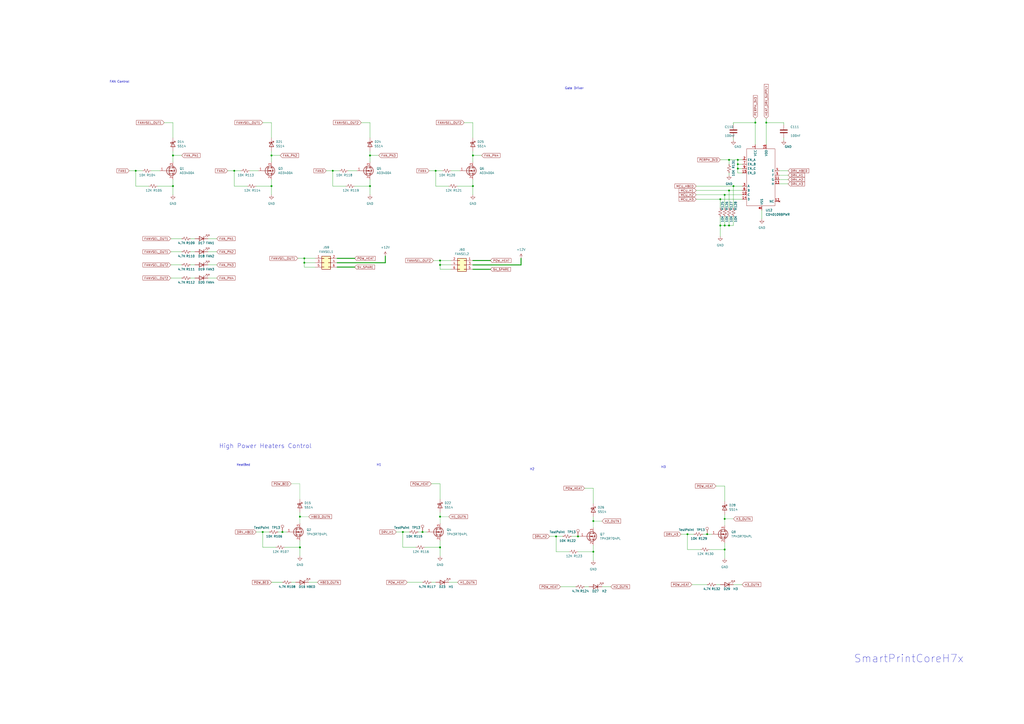
<source format=kicad_sch>
(kicad_sch (version 20230121) (generator eeschema)
  (paper "A2")
  (title_block (title "Power Switching and Control") (date "2024-01-18") (rev "1") (company "Boltz R&D") (comment 1 "License: This work is licensed under CC BY-SA 4.0 "))
  (lib_symbols
    (symbol "CD40109B:CD40109B"
      (property "Reference" "U" (at 17.78 1.27 0))
      (property "Value" "CD40109B" (at 22.86 -1.27 0))
      (symbol "CD40109B_0_1"
        (rectangle (start 0 0) (end 16.51 -33.02))
      )
      (symbol "CD40109B_1_1"
        (pin bidirectional line (at 5.08 2.54 270) (length 2.54) (name "VCC") (number "1"))
        (pin bidirectional line (at -2.54 -26.67 0) (length 2.54) (name "C") (number "10"))
        (pin bidirectional line (at 19.05 -17.78 180) (length 2.54) (name "G") (number "11"))
        (pin no_connect line (at 19.05 -30.48 180) (length 2.54) (name "NC") (number "12"))
        (pin bidirectional line (at 19.05 -20.32 180) (length 2.54) (name "H") (number "13"))
        (pin bidirectional line (at -2.54 -29.21 0) (length 2.54) (name "D") (number "14"))
        (pin bidirectional line (at -2.54 -13.97 0) (length 2.54) (name "EN_D") (number "15"))
        (pin bidirectional line (at 11.43 2.54 270) (length 2.54) (name "VDD") (number "16"))
        (pin bidirectional line (at -2.54 -6.35 0) (length 2.54) (name "EN_A") (number "2"))
        (pin bidirectional line (at -2.54 -21.59 0) (length 2.54) (name "A") (number "3"))
        (pin bidirectional line (at 19.05 -12.7 180) (length 2.54) (name "E") (number "4"))
        (pin bidirectional line (at 19.05 -15.24 180) (length 2.54) (name "F") (number "5"))
        (pin bidirectional line (at -2.54 -24.13 0) (length 2.54) (name "B") (number "6"))
        (pin bidirectional line (at -2.54 -8.89 0) (length 2.54) (name "EN_B") (number "7"))
        (pin bidirectional line (at 8.89 -35.56 90) (length 2.54) (name "VSS") (number "8"))
        (pin bidirectional line (at -2.54 -11.43 0) (length 2.54) (name "EN_C") (number "9"))
      )
    )
    (symbol "Connector:TestPoint" (pin_numbers hide) (pin_names (offset 0.762) hide)
      (property "Reference" "TP" (at 0 6.858 0))
      (property "Value" "TestPoint" (at 0 5.08 0))
      (symbol "TestPoint_0_1"
        (circle (center 0 3.302) (radius 0.762))
      )
      (symbol "TestPoint_1_1"
        (pin passive line (at 0 0 90) (length 2.54) (name "1") (number "1"))
      )
    )
    (symbol "Connector_Generic:Conn_02x03_Odd_Even" (pin_names (offset 1.016) hide)
      (property "Reference" "J" (at 1.27 5.08 0))
      (property "Value" "Conn_02x03_Odd_Even" (at 1.27 -5.08 0))
      (symbol "Conn_02x03_Odd_Even_1_1"
        (rectangle (start -1.27 -2.413) (end 0 -2.667) (stroke (width 0.1524)))
        (rectangle (start -1.27 0.127) (end 0 -0.127) (stroke (width 0.1524)))
        (rectangle (start -1.27 2.667) (end 0 2.413) (stroke (width 0.1524)))
        (rectangle (start -1.27 3.81) (end 3.81 -3.81) (stroke (width 0.254)) (fill (type background)))
        (rectangle (start 3.81 -2.413) (end 2.54 -2.667) (stroke (width 0.1524)))
        (rectangle (start 3.81 0.127) (end 2.54 -0.127) (stroke (width 0.1524)))
        (rectangle (start 3.81 2.667) (end 2.54 2.413) (stroke (width 0.1524)))
        (pin passive line (at -5.08 2.54 0) (length 3.81) (name "Pin_1") (number "1"))
        (pin passive line (at 7.62 2.54 180) (length 3.81) (name "Pin_2") (number "2"))
        (pin passive line (at -5.08 0 0) (length 3.81) (name "Pin_3") (number "3"))
        (pin passive line (at 7.62 0 180) (length 3.81) (name "Pin_4") (number "4"))
        (pin passive line (at -5.08 -2.54 0) (length 3.81) (name "Pin_5") (number "5"))
        (pin passive line (at 7.62 -2.54 180) (length 3.81) (name "Pin_6") (number "6"))
      )
    )
    (symbol "Device:C" (pin_numbers hide) (pin_names (offset 0.254))
      (property "Reference" "C" (at 0.635 2.54 0))
      (property "Value" "C" (at 0.635 -2.54 0))
      (symbol "C_0_1"
        (polyline (pts (xy -2.032 -0.762) (xy 2.032 -0.762)) (stroke (width 0.508)))
        (polyline (pts (xy -2.032 0.762) (xy 2.032 0.762)) (stroke (width 0.508)))
      )
      (symbol "C_1_1"
        (pin passive line (at 0 3.81 270) (length 2.794) (name "~") (number "1"))
        (pin passive line (at 0 -3.81 90) (length 2.794) (name "~") (number "2"))
      )
    )
    (symbol "Device:LED" (pin_numbers hide) (pin_names (offset 1.016) hide)
      (property "Reference" "D" (at 0 2.54 0))
      (property "Value" "LED" (at 0 -2.54 0))
      (symbol "LED_0_1"
        (polyline (pts (xy -1.27 -1.27) (xy -1.27 1.27)) (stroke (width 0.254)))
        (polyline (pts (xy -1.27 0) (xy 1.27 0)))
        (polyline (pts (xy 1.27 -1.27) (xy 1.27 1.27) (xy -1.27 0) (xy 1.27 -1.27)) (stroke (width 0.254)))
        (polyline (pts (xy -3.048 -0.762) (xy -4.572 -2.286) (xy -3.81 -2.286) (xy -4.572 -2.286) (xy -4.572 -1.524)))
        (polyline (pts (xy -1.778 -0.762) (xy -3.302 -2.286) (xy -2.54 -2.286) (xy -3.302 -2.286) (xy -3.302 -1.524)))
      )
      (symbol "LED_1_1"
        (pin passive line (at -3.81 0 0) (length 2.54) (name "K") (number "1"))
        (pin passive line (at 3.81 0 180) (length 2.54) (name "A") (number "2"))
      )
    )
    (symbol "Device:R_Small_US" (pin_numbers hide) (pin_names (offset 0.254) hide)
      (property "Reference" "R" (at 0.762 0.508 0))
      (property "Value" "R_Small_US" (at 0.762 -1.016 0))
      (symbol "R_Small_US_1_1"
        (polyline (pts (xy 0 0) (xy 1.016 -0.381) (xy 0 -0.762) (xy -1.016 -1.143) (xy 0 -1.524)))
        (polyline (pts (xy 0 1.524) (xy 1.016 1.143) (xy 0 0.762) (xy -1.016 0.381) (xy 0 0)))
        (pin passive line (at 0 2.54 270) (length 1.016) (name "~") (number "1"))
        (pin passive line (at 0 -2.54 90) (length 1.016) (name "~") (number "2"))
      )
    )
    (symbol "Diode:B120-E3" (pin_numbers hide) (pin_names hide)
      (property "Reference" "D" (at 0 2.54 0))
      (property "Value" "B120-E3" (at 0 -2.54 0))
      (symbol "B120-E3_0_1"
        (polyline (pts (xy 1.27 0) (xy -1.27 0)))
        (polyline (pts (xy 1.27 1.27) (xy 1.27 -1.27) (xy -1.27 0) (xy 1.27 1.27)) (stroke (width 0.254)))
        (polyline (pts (xy -1.905 0.635) (xy -1.905 1.27) (xy -1.27 1.27) (xy -1.27 -1.27) (xy -0.635 -1.27) (xy -0.635 -0.635)) (stroke (width 0.254)))
      )
      (symbol "B120-E3_1_1"
        (pin passive line (at -3.81 0 0) (length 2.54) (name "K") (number "1"))
        (pin passive line (at 3.81 0 180) (length 2.54) (name "A") (number "2"))
      )
    )
    (symbol "Transistor_FET:AO3400A" (pin_names hide)
      (property "Reference" "Q" (at 5.08 1.905 0))
      (property "Value" "AO3400A" (at 5.08 0 0))
      (symbol "AO3400A_0_1"
        (polyline (pts (xy 0.254 0) (xy -2.54 0)))
        (polyline (pts (xy 0.254 1.905) (xy 0.254 -1.905)) (stroke (width 0.254)))
        (polyline (pts (xy 0.762 -1.27) (xy 0.762 -2.286)) (stroke (width 0.254)))
        (polyline (pts (xy 0.762 0.508) (xy 0.762 -0.508)) (stroke (width 0.254)))
        (polyline (pts (xy 0.762 2.286) (xy 0.762 1.27)) (stroke (width 0.254)))
        (polyline (pts (xy 2.54 2.54) (xy 2.54 1.778)))
        (polyline (pts (xy 2.54 -2.54) (xy 2.54 0) (xy 0.762 0)))
        (polyline (pts (xy 0.762 -1.778) (xy 3.302 -1.778) (xy 3.302 1.778) (xy 0.762 1.778)))
        (polyline (pts (xy 1.016 0) (xy 2.032 0.381) (xy 2.032 -0.381) (xy 1.016 0)) (fill (type outline)))
        (polyline (pts (xy 2.794 0.508) (xy 2.921 0.381) (xy 3.683 0.381) (xy 3.81 0.254)))
        (polyline (pts (xy 3.302 0.381) (xy 2.921 -0.254) (xy 3.683 -0.254) (xy 3.302 0.381)))
        (circle (center 1.651 0) (radius 2.794) (stroke (width 0.254)))
        (circle (center 2.54 -1.778) (radius 0.254) (fill (type outline)))
        (circle (center 2.54 1.778) (radius 0.254) (fill (type outline)))
      )
      (symbol "AO3400A_1_1"
        (pin input line (at -5.08 0 0) (length 2.54) (name "G") (number "1"))
        (pin passive line (at 2.54 -5.08 90) (length 2.54) (name "S") (number "2"))
        (pin passive line (at 2.54 5.08 270) (length 2.54) (name "D") (number "3"))
      )
    )
    (symbol "Transistor_FET:BS870" (pin_names hide)
      (property "Reference" "Q" (at 5.08 1.905 0))
      (property "Value" "BS870" (at 5.08 0 0))
      (symbol "BS870_0_1"
        (polyline (pts (xy 0.254 0) (xy -2.54 0)))
        (polyline (pts (xy 0.254 1.905) (xy 0.254 -1.905)) (stroke (width 0.254)))
        (polyline (pts (xy 0.762 -1.27) (xy 0.762 -2.286)) (stroke (width 0.254)))
        (polyline (pts (xy 0.762 0.508) (xy 0.762 -0.508)) (stroke (width 0.254)))
        (polyline (pts (xy 0.762 2.286) (xy 0.762 1.27)) (stroke (width 0.254)))
        (polyline (pts (xy 2.54 2.54) (xy 2.54 1.778)))
        (polyline (pts (xy 2.54 -2.54) (xy 2.54 0) (xy 0.762 0)))
        (polyline (pts (xy 0.762 -1.778) (xy 3.302 -1.778) (xy 3.302 1.778) (xy 0.762 1.778)))
        (polyline (pts (xy 1.016 0) (xy 2.032 0.381) (xy 2.032 -0.381) (xy 1.016 0)) (fill (type outline)))
        (polyline (pts (xy 2.794 0.508) (xy 2.921 0.381) (xy 3.683 0.381) (xy 3.81 0.254)))
        (polyline (pts (xy 3.302 0.381) (xy 2.921 -0.254) (xy 3.683 -0.254) (xy 3.302 0.381)))
        (circle (center 1.651 0) (radius 2.794) (stroke (width 0.254)))
        (circle (center 2.54 -1.778) (radius 0.254) (fill (type outline)))
        (circle (center 2.54 1.778) (radius 0.254) (fill (type outline)))
      )
      (symbol "BS870_1_1"
        (pin input line (at -5.08 0 0) (length 2.54) (name "G") (number "1"))
        (pin passive line (at 2.54 -5.08 90) (length 2.54) (name "S") (number "2"))
        (pin passive line (at 2.54 5.08 270) (length 2.54) (name "D") (number "3"))
      )
    )
    (symbol "power:+12V" (power) (pin_names (offset 0))
      (property "Value" "+12V" (at 0 3.556 0))
      (symbol "+12V_0_1"
        (polyline (pts (xy -0.762 1.27) (xy 0 2.54)))
        (polyline (pts (xy 0 0) (xy 0 2.54)))
        (polyline (pts (xy 0 2.54) (xy 0.762 1.27)))
      )
      (symbol "+12V_1_1"
        (pin power_in line (at 0 0 90) (length 0) hide (name "+12V") (number "1"))
      )
    )
    (symbol "power:GND" (power) (pin_names (offset 0))
      (property "Value" "GND" (at 0 -3.81 0))
      (symbol "GND_0_1"
        (polyline (pts (xy 0 0) (xy 0 -1.27) (xy 1.27 -1.27) (xy 0 -2.54) (xy -1.27 -1.27) (xy 0 -1.27)))
      )
      (symbol "GND_1_1"
        (pin power_in line (at 0 0 270) (length 0) hide (name "GND") (number "1"))
      )
    )
  )
  (junction (at 100.33 107.95))
  (junction (at 193.04 99.06))
  (junction (at 425.45 107.95))
  (junction (at 176.53 152.4))
  (junction (at 135.89 99.06))
  (junction (at 427.99 95.25))
  (junction (at 417.83 115.57))
  (junction (at 173.99 317.5))
  (junction (at 100.33 90.17))
  (junction (at 214.63 90.17))
  (junction (at 274.32 90.17))
  (junction (at 427.99 92.71))
  (junction (at 163.83 308.61))
  (junction (at 176.53 149.86))
  (junction (at 152.4 308.61))
  (junction (at 422.91 110.49))
  (junction (at 255.27 151.13))
  (junction (at 417.83 130.81))
  (junction (at 214.63 107.95))
  (junction (at 427.99 97.79))
  (junction (at 344.17 302.26))
  (junction (at 173.99 299.72))
  (junction (at 438.15 71.12))
  (junction (at 335.28 311.15))
  (junction (at 444.5 71.12))
  (junction (at 233.68 308.61))
  (junction (at 255.27 299.72))
  (junction (at 344.17 320.04))
  (junction (at 410.21 309.88))
  (junction (at 252.73 99.06))
  (junction (at 157.48 90.17))
  (junction (at 274.32 107.95))
  (junction (at 255.27 153.67))
  (junction (at 420.37 300.99))
  (junction (at 157.48 107.95))
  (junction (at 398.78 309.88))
  (junction (at 78.74 99.06))
  (junction (at 322.58 311.15))
  (junction (at 245.11 308.61))
  (junction (at 255.27 317.5))
  (junction (at 422.91 92.71))
  (junction (at 422.91 130.81))
  (junction (at 420.37 318.77))
  (junction (at 420.37 130.81))
  (junction (at 420.37 113.03))
  (wire (pts (xy 144.78 99.06) (xy 149.86 99.06)))
  (wire (pts (xy 420.37 300.99) (xy 420.37 304.8)) (stroke (width 0.1)))
  (wire (pts (xy 349.25 302.26) (xy 344.17 302.26)) (stroke (width 0.1)))
  (wire (pts (xy 165.1 317.5) (xy 173.99 317.5)))
  (wire (pts (xy 330.2 320.04) (xy 322.58 320.04)))
  (wire (pts (xy 179.07 337.82) (xy 184.15 337.82)))
  (wire (pts (xy 331.47 311.15) (xy 335.28 311.15)))
  (wire (pts (xy 246.38 317.5) (xy 255.27 317.5)))
  (wire (pts (xy 157.48 107.95) (xy 157.48 104.14)))
  (wire (pts (xy 425.45 71.12) (xy 425.45 72.39)) (stroke (width 0.18)))
  (wire (pts (xy 344.17 320.04) (xy 344.17 316.23)))
  (wire (pts (xy 322.58 311.15) (xy 326.39 311.15)))
  (wire (pts (xy 157.48 90.17) (xy 157.48 93.98)))
  (wire (pts (xy 168.91 280.67) (xy 173.99 280.67)) (stroke (width 0.1)))
  (wire (pts (xy 339.09 283.21) (xy 344.17 283.21)))
  (wire (pts (xy 255.27 156.21) (xy 255.27 153.67)))
  (wire (pts (xy 214.63 90.17) (xy 219.71 90.17)))
  (wire (pts (xy 100.33 107.95) (xy 100.33 104.14)))
  (wire (pts (xy 427.99 95.25) (xy 427.99 92.71)))
  (wire (pts (xy 425.45 339.09) (xy 430.53 339.09)))
  (wire (pts (xy 457.2 99.06) (xy 452.12 99.06)))
  (wire (pts (xy 420.37 298.45) (xy 420.37 300.99)))
  (wire (pts (xy 157.48 71.12) (xy 157.48 80.01)))
  (wire (pts (xy 417.83 115.57) (xy 417.83 120.65)))
  (wire (pts (xy 335.28 320.04) (xy 344.17 320.04)))
  (wire (pts (xy 242.57 308.61) (xy 245.11 308.61)))
  (wire (pts (xy 173.99 317.5) (xy 173.99 313.69)))
  (wire (pts (xy 148.59 107.95) (xy 157.48 107.95)))
  (wire (pts (xy 135.89 107.95) (xy 135.89 99.06)))
  (wire (pts (xy 86.36 107.95) (xy 78.74 107.95)))
  (wire (pts (xy 427.99 97.79) (xy 430.53 97.79)))
  (wire (pts (xy 425.45 300.99) (xy 420.37 300.99)) (stroke (width 0.1)))
  (wire (pts (xy 157.48 337.82) (xy 163.83 337.82)) (stroke (width 0.2)))
  (wire (pts (xy 274.32 151.13) (xy 284.48 151.13)) (stroke (width 0.5)))
  (wire (pts (xy 176.53 154.94) (xy 176.53 152.4)))
  (wire (pts (xy 173.99 297.18) (xy 173.99 299.72)))
  (wire (pts (xy 427.99 92.71) (xy 430.53 92.71)))
  (wire (pts (xy 255.27 153.67) (xy 261.62 153.67)))
  (wire (pts (xy 148.59 308.61) (xy 152.4 308.61)))
  (wire (pts (xy 209.55 71.12) (xy 214.63 71.12)))
  (wire (pts (xy 110.49 161.29) (xy 113.03 161.29)))
  (wire (pts (xy 261.62 99.06) (xy 266.7 99.06)))
  (wire (pts (xy 425.45 125.73) (xy 425.45 130.81)))
  (wire (pts (xy 100.33 90.17) (xy 105.41 90.17)))
  (wire (pts (xy 152.4 71.12) (xy 157.48 71.12)))
  (wire (pts (xy 251.46 151.13) (xy 255.27 151.13)))
  (wire (pts (xy 176.53 152.4) (xy 176.53 149.86)))
  (wire (pts (xy 420.37 281.94) (xy 420.37 290.83)))
  (wire (pts (xy 195.58 154.94) (xy 205.74 154.94)) (stroke (width 0.5)))
  (wire (pts (xy 420.37 318.77) (xy 420.37 323.85)))
  (wire (pts (xy 403.86 110.49) (xy 422.91 110.49)))
  (wire (pts (xy 245.11 308.61) (xy 247.65 308.61)))
  (wire (pts (xy 255.27 151.13) (xy 261.62 151.13)))
  (wire (pts (xy 425.45 80.01) (xy 425.45 81.28)))
  (wire (pts (xy 260.35 337.82) (xy 265.43 337.82)))
  (wire (pts (xy 420.37 318.77) (xy 420.37 314.96)))
  (wire (pts (xy 427.99 95.25) (xy 430.53 95.25)))
  (wire (pts (xy 205.74 107.95) (xy 214.63 107.95)))
  (wire (pts (xy 100.33 90.17) (xy 100.33 87.63)))
  (wire (pts (xy 438.15 71.12) (xy 438.15 83.82)))
  (wire (pts (xy 339.09 340.36) (xy 341.63 340.36)))
  (wire (pts (xy 100.33 90.17) (xy 100.33 93.98)))
  (wire (pts (xy 398.78 318.77) (xy 398.78 309.88)))
  (wire (pts (xy 260.35 107.95) (xy 252.73 107.95)))
  (wire (pts (xy 415.29 281.94) (xy 420.37 281.94)))
  (wire (pts (xy 248.92 99.06) (xy 252.73 99.06)))
  (wire (pts (xy 173.99 317.5) (xy 173.99 322.58)))
  (wire (pts (xy 274.32 71.12) (xy 274.32 80.01)))
  (wire (pts (xy 200.66 107.95) (xy 193.04 107.95)))
  (wire (pts (xy 444.5 71.12) (xy 444.5 83.82)) (stroke (width 0.152)))
  (wire (pts (xy 344.17 283.21) (xy 344.17 292.1)))
  (wire (pts (xy 176.53 149.86) (xy 182.88 149.86)))
  (wire (pts (xy 255.27 299.72) (xy 255.27 303.53)) (stroke (width 0.1)))
  (wire (pts (xy 214.63 71.12) (xy 214.63 80.01)))
  (wire (pts (xy 241.3 317.5) (xy 233.68 317.5)))
  (wire (pts (xy 233.68 308.61) (xy 237.49 308.61)))
  (wire (pts (xy 269.24 71.12) (xy 274.32 71.12)))
  (wire (pts (xy 422.91 125.73) (xy 422.91 130.81)))
  (wire (pts (xy 274.32 90.17) (xy 279.4 90.17)))
  (wire (pts (xy 274.32 107.95) (xy 274.32 113.03)))
  (wire (pts (xy 403.86 115.57) (xy 417.83 115.57)))
  (wire (pts (xy 152.4 308.61) (xy 156.21 308.61)))
  (wire (pts (xy 403.86 113.03) (xy 420.37 113.03)))
  (wire (pts (xy 422.91 130.81) (xy 425.45 130.81)))
  (wire (pts (xy 274.32 153.67) (xy 302.26 153.67)) (stroke (width 0.5)))
  (wire (pts (xy 438.15 68.58) (xy 438.15 71.12)))
  (wire (pts (xy 195.58 152.4) (xy 223.52 152.4)) (stroke (width 0.5)))
  (wire (pts (xy 214.63 90.17) (xy 214.63 87.63)))
  (wire (pts (xy 135.89 99.06) (xy 139.7 99.06)))
  (wire (pts (xy 274.32 156.21) (xy 284.48 156.21)) (stroke (width 0.5)))
  (wire (pts (xy 417.83 130.81) (xy 417.83 137.16)))
  (wire (pts (xy 173.99 299.72) (xy 173.99 303.53)) (stroke (width 0.1)))
  (wire (pts (xy 420.37 113.03) (xy 430.53 113.03)))
  (wire (pts (xy 168.91 337.82) (xy 171.45 337.82)))
  (wire (pts (xy 274.32 90.17) (xy 274.32 93.98)))
  (wire (pts (xy 250.19 280.67) (xy 255.27 280.67)))
  (wire (pts (xy 255.27 297.18) (xy 255.27 299.72)))
  (wire (pts (xy 176.53 152.4) (xy 182.88 152.4)))
  (wire (pts (xy 110.49 146.05) (xy 113.03 146.05)))
  (wire (pts (xy 95.25 71.12) (xy 100.33 71.12)))
  (wire (pts (xy 214.63 90.17) (xy 214.63 93.98)))
  (wire (pts (xy 99.06 146.05) (xy 105.41 146.05)))
  (wire (pts (xy 274.32 107.95) (xy 274.32 104.14)))
  (wire (pts (xy 157.48 90.17) (xy 157.48 87.63)))
  (wire (pts (xy 325.12 340.36) (xy 334.01 340.36)))
  (wire (pts (xy 261.62 156.21) (xy 255.27 156.21)))
  (wire (pts (xy 274.32 90.17) (xy 274.32 87.63)))
  (wire (pts (xy 265.43 107.95) (xy 274.32 107.95)))
  (wire (pts (xy 157.48 107.95) (xy 157.48 113.03)))
  (wire (pts (xy 349.25 340.36) (xy 354.33 340.36)))
  (wire (pts (xy 252.73 107.95) (xy 252.73 99.06)))
  (wire (pts (xy 410.21 309.88) (xy 412.75 309.88)))
  (wire (pts (xy 132.08 99.06) (xy 135.89 99.06)))
  (wire (pts (xy 100.33 107.95) (xy 100.33 113.03)))
  (wire (pts (xy 425.45 107.95) (xy 425.45 120.65)))
  (wire (pts (xy 344.17 299.72) (xy 344.17 302.26)))
  (wire (pts (xy 120.65 146.05) (xy 125.73 146.05)))
  (wire (pts (xy 441.96 121.92) (xy 441.96 127)))
  (wire (pts (xy 87.63 99.06) (xy 92.71 99.06)))
  (wire (pts (xy 78.74 99.06) (xy 82.55 99.06)))
  (wire (pts (xy 193.04 107.95) (xy 193.04 99.06)))
  (wire (pts (xy 407.67 309.88) (xy 410.21 309.88)))
  (wire (pts (xy 425.45 71.12) (xy 438.15 71.12)))
  (wire (pts (xy 427.99 97.79) (xy 427.99 95.25)))
  (wire (pts (xy 422.91 92.71) (xy 422.91 95.25)))
  (wire (pts (xy 201.93 99.06) (xy 207.01 99.06)))
  (wire (pts (xy 110.49 153.67) (xy 113.03 153.67)))
  (wire (pts (xy 236.22 337.82) (xy 245.11 337.82)))
  (wire (pts (xy 420.37 130.81) (xy 422.91 130.81)))
  (wire (pts (xy 454.66 71.12) (xy 444.5 71.12)) (stroke (width 0.152)))
  (wire (pts (xy 322.58 320.04) (xy 322.58 311.15)))
  (wire (pts (xy 160.02 317.5) (xy 152.4 317.5)))
  (wire (pts (xy 406.4 318.77) (xy 398.78 318.77)))
  (wire (pts (xy 401.32 339.09) (xy 410.21 339.09)))
  (wire (pts (xy 335.28 311.15) (xy 336.55 311.15)))
  (wire (pts (xy 427.99 100.33) (xy 427.99 97.79)))
  (wire (pts (xy 417.83 92.71) (xy 422.91 92.71)))
  (wire (pts (xy 214.63 107.95) (xy 214.63 104.14)))
  (wire (pts (xy 454.66 71.12) (xy 454.66 72.39)) (stroke (width 0.152)))
  (wire (pts (xy 255.27 153.67) (xy 255.27 151.13)))
  (wire (pts (xy 260.35 299.72) (xy 255.27 299.72)) (stroke (width 0.1)))
  (wire (pts (xy 398.78 309.88) (xy 402.59 309.88)))
  (wire (pts (xy 425.45 107.95) (xy 430.53 107.95)))
  (wire (pts (xy 302.26 153.67) (xy 302.26 149.86)) (stroke (width 0.5)))
  (wire (pts (xy 99.06 138.43) (xy 105.41 138.43)))
  (wire (pts (xy 99.06 161.29) (xy 105.41 161.29)))
  (wire (pts (xy 229.87 308.61) (xy 233.68 308.61)))
  (wire (pts (xy 403.86 107.95) (xy 425.45 107.95)))
  (wire (pts (xy 454.66 81.28) (xy 454.66 80.01)))
  (wire (pts (xy 189.23 99.06) (xy 193.04 99.06)))
  (wire (pts (xy 172.72 149.86) (xy 176.53 149.86)))
  (wire (pts (xy 255.27 280.67) (xy 255.27 289.56)))
  (wire (pts (xy 417.83 130.81) (xy 420.37 130.81)))
  (wire (pts (xy 252.73 99.06) (xy 256.54 99.06)))
  (wire (pts (xy 250.19 337.82) (xy 252.73 337.82)))
  (wire (pts (xy 415.29 339.09) (xy 417.83 339.09)))
  (wire (pts (xy 91.44 107.95) (xy 100.33 107.95)))
  (wire (pts (xy 74.93 99.06) (xy 78.74 99.06)))
  (wire (pts (xy 120.65 161.29) (xy 125.73 161.29)))
  (wire (pts (xy 457.2 101.6) (xy 452.12 101.6)))
  (wire (pts (xy 318.77 311.15) (xy 322.58 311.15)))
  (wire (pts (xy 430.53 100.33) (xy 427.99 100.33)))
  (wire (pts (xy 411.48 318.77) (xy 420.37 318.77)))
  (wire (pts (xy 420.37 113.03) (xy 420.37 120.65)))
  (wire (pts (xy 417.83 125.73) (xy 417.83 130.81)))
  (wire (pts (xy 255.27 317.5) (xy 255.27 313.69)))
  (wire (pts (xy 100.33 71.12) (xy 100.33 80.01)))
  (wire (pts (xy 182.88 154.94) (xy 176.53 154.94)))
  (wire (pts (xy 193.04 99.06) (xy 196.85 99.06)))
  (wire (pts (xy 78.74 107.95) (xy 78.74 99.06)))
  (wire (pts (xy 420.37 125.73) (xy 420.37 130.81)))
  (wire (pts (xy 444.5 68.58) (xy 444.5 71.12)) (stroke (width 0.152)))
  (wire (pts (xy 161.29 308.61) (xy 163.83 308.61)))
  (wire (pts (xy 223.52 152.4) (xy 223.52 148.59)) (stroke (width 0.5)))
  (wire (pts (xy 179.07 299.72) (xy 173.99 299.72)) (stroke (width 0.1)))
  (wire (pts (xy 422.91 101.6) (xy 422.91 100.33)))
  (wire (pts (xy 422.91 110.49) (xy 422.91 120.65)))
  (wire (pts (xy 195.58 149.86) (xy 205.74 149.86)) (stroke (width 0.5)))
  (wire (pts (xy 173.99 280.67) (xy 173.99 289.56)) (stroke (width 0.1)))
  (wire (pts (xy 120.65 138.43) (xy 125.73 138.43)))
  (wire (pts (xy 163.83 308.61) (xy 166.37 308.61)))
  (wire (pts (xy 233.68 317.5) (xy 233.68 308.61)))
  (wire (pts (xy 255.27 317.5) (xy 255.27 322.58)))
  (wire (pts (xy 422.91 110.49) (xy 430.53 110.49)))
  (wire (pts (xy 417.83 115.57) (xy 430.53 115.57)))
  (wire (pts (xy 457.2 106.68) (xy 452.12 106.68)))
  (wire (pts (xy 152.4 317.5) (xy 152.4 308.61)))
  (wire (pts (xy 422.91 92.71) (xy 427.99 92.71)))
  (wire (pts (xy 110.49 138.43) (xy 113.03 138.43)))
  (wire (pts (xy 214.63 107.95) (xy 214.63 113.03)))
  (wire (pts (xy 344.17 320.04) (xy 344.17 325.12)))
  (wire (pts (xy 99.06 153.67) (xy 105.41 153.67)))
  (wire (pts (xy 394.97 309.88) (xy 398.78 309.88)))
  (wire (pts (xy 344.17 302.26) (xy 344.17 306.07)) (stroke (width 0.1)))
  (wire (pts (xy 157.48 90.17) (xy 162.56 90.17)))
  (wire (pts (xy 457.2 104.14) (xy 452.12 104.14)))
  (wire (pts (xy 143.51 107.95) (xy 135.89 107.95)))
  (wire (pts (xy 120.65 153.67) (xy 125.73 153.67)))
  (text "SmartPrintCoreH7x" (at 495.3 384.81 0) (effects (font (size 4.5 4.5)) (justify left bottom)))
  (text "HeatBed" (at 137.16 270.51 0) (effects (font (size 1.27 1.27)) (justify left bottom)))
  (text "H1" (at 218.44 270.51 0) (effects (font (size 1.27 1.27)) (justify left bottom)))
  (text "FAN Control" (at 63.5 48.26 0) (effects (font (size 1.27 1.27)) (justify left bottom)))
  (text "H2" (at 307.34 273.05 0) (effects (font (size 1.27 1.27)) (justify left bottom)))
  (text "Gate Driver" (at 327.66 52.07 0) (effects (font (size 1.27 1.27)) (justify left bottom)))
  (text "High Power Heaters Control" (at 127 260.35 0) (effects (font (size 2.54 2.54)) (justify left bottom)))
  (text "H3" (at 383.54 271.78 0) (effects (font (size 1.27 1.27)) (justify left bottom)))
  (global_label "MCU_H2" (shape input) (at 403.86 113.03 180) (property "Intersheetrefs" "${INTERSHEET_REFS}" (effects hide)))
  (global_label "POW_HEAT" (shape input) (at 415.29 281.94 180) (property "Intersheetrefs" "${INTERSHEET_REFS}" (effects hide)))
  (global_label "PERPH_3V3" (shape input) (at 417.83 92.71 180) (property "Intersheetrefs" "${INTERSHEET_REFS}" (effects hide)))
  (global_label "FAN4" (shape input) (at 248.92 99.06 180) (property "Intersheetrefs" "${INTERSHEET_REFS}" (effects hide)))
  (global_label "FANVSEL_OUT1" (shape input) (at 95.25 71.12 180) (property "Intersheetrefs" "${INTERSHEET_REFS}" (effects hide)))
  (global_label "POW_HEAT" (shape input) (at 339.09 283.21 180) (property "Intersheetrefs" "${INTERSHEET_REFS}" (effects hide)))
  (global_label "FAN_PN2" (shape input) (at 162.56 90.17 0) (property "Intersheetrefs" "${INTERSHEET_REFS}" (effects hide)))
  (global_label "FAN_PN1" (shape input) (at 125.73 138.43 0) (property "Intersheetrefs" "${INTERSHEET_REFS}" (effects hide)))
  (global_label "FANVSEL_OUT2" (shape input) (at 99.06 153.67 180) (property "Intersheetrefs" "${INTERSHEET_REFS}" (effects hide)))
  (global_label "FANVSEL_OUT1" (shape input) (at 152.4 71.12 180) (property "Intersheetrefs" "${INTERSHEET_REFS}" (effects hide)))
  (global_label "POW_HEAT" (shape input) (at 401.32 339.09 180) (property "Intersheetrefs" "${INTERSHEET_REFS}" (effects hide)))
  (global_label "DRV_H3" (shape input) (at 394.97 309.88 180) (property "Intersheetrefs" "${INTERSHEET_REFS}" (effects hide)))
  (global_label "DRV_H1" (shape input) (at 229.87 308.61 180) (property "Intersheetrefs" "${INTERSHEET_REFS}" (effects hide)))
  (global_label "POW_HEAT" (shape input) (at 325.12 340.36 180) (property "Intersheetrefs" "${INTERSHEET_REFS}" (effects hide)))
  (global_label "MCU_H1" (shape input) (at 403.86 110.49 180) (property "Intersheetrefs" "${INTERSHEET_REFS}" (effects hide)))
  (global_label "FANVSEL_OUT1" (shape input) (at 99.06 138.43 180) (property "Intersheetrefs" "${INTERSHEET_REFS}" (effects hide)))
  (global_label "HBED_OUTN" (shape input) (at 184.15 337.82 0) (property "Intersheetrefs" "${INTERSHEET_REFS}" (effects hide)))
  (global_label "FAN_PN4" (shape input) (at 125.73 161.29 0) (property "Intersheetrefs" "${INTERSHEET_REFS}" (effects hide)))
  (global_label "FAN_PN1" (shape input) (at 105.41 90.17 0) (property "Intersheetrefs" "${INTERSHEET_REFS}" (effects hide)))
  (global_label "DRV_H2" (shape input) (at 457.2 104.14 0) (property "Intersheetrefs" "${INTERSHEET_REFS}" (effects hide)))
  (global_label "FAN_PN3" (shape input) (at 125.73 153.67 0) (property "Intersheetrefs" "${INTERSHEET_REFS}" (effects hide)))
  (global_label "POW_HEAT" (shape input) (at 236.22 337.82 180) (property "Intersheetrefs" "${INTERSHEET_REFS}" (effects hide)))
  (global_label "H3_OUTN" (shape input) (at 430.53 339.09 0) (property "Intersheetrefs" "${INTERSHEET_REFS}" (effects hide)))
  (global_label "FANVSEL_OUT1" (shape input) (at 172.72 149.86 180) (property "Intersheetrefs" "${INTERSHEET_REFS}" (effects hide)))
  (global_label "PERPH_3V3" (shape input) (at 438.15 68.58 90) (property "Intersheetrefs" "${INTERSHEET_REFS}" (effects hide)))
  (global_label "DRV_HBED" (shape input) (at 457.2 99.06 0) (property "Intersheetrefs" "${INTERSHEET_REFS}" (effects hide)))
  (global_label "FAN3" (shape input) (at 189.23 99.06 180) (property "Intersheetrefs" "${INTERSHEET_REFS}" (effects hide)))
  (global_label "POW_HEAT" (shape input) (at 250.19 280.67 180) (property "Intersheetrefs" "${INTERSHEET_REFS}" (effects hide)))
  (global_label "H1_OUTN" (shape input) (at 260.35 299.72 0) (property "Intersheetrefs" "${INTERSHEET_REFS}" (effects hide)))
  (global_label "FAN_PN2" (shape input) (at 125.73 146.05 0) (property "Intersheetrefs" "${INTERSHEET_REFS}" (effects hide)))
  (global_label "POW_HEAT" (shape input) (at 284.48 151.13 0) (property "Intersheetrefs" "${INTERSHEET_REFS}" (effects hide)))
  (global_label "FAN1" (shape input) (at 74.93 99.06 180) (property "Intersheetrefs" "${INTERSHEET_REFS}" (effects hide)))
  (global_label "H2_OUTN" (shape input) (at 354.33 340.36 0) (property "Intersheetrefs" "${INTERSHEET_REFS}" (effects hide)))
  (global_label "MCU_HBED" (shape input) (at 403.86 107.95 180) (property "Intersheetrefs" "${INTERSHEET_REFS}" (effects hide)))
  (global_label "DRV_H1" (shape input) (at 457.2 101.6 0) (property "Intersheetrefs" "${INTERSHEET_REFS}" (effects hide)))
  (global_label "FANVSEL_OUT2" (shape input) (at 269.24 71.12 180) (property "Intersheetrefs" "${INTERSHEET_REFS}" (effects hide)))
  (global_label "POW_BED" (shape input) (at 168.91 280.67 180) (property "Intersheetrefs" "${INTERSHEET_REFS}" (effects hide)))
  (global_label "FANVSEL_OUT2" (shape input) (at 251.46 151.13 180) (property "Intersheetrefs" "${INTERSHEET_REFS}" (effects hide)))
  (global_label "H2_OUTN" (shape input) (at 349.25 302.26 0) (property "Intersheetrefs" "${INTERSHEET_REFS}" (effects hide)))
  (global_label "FAN2" (shape input) (at 132.08 99.06 180) (property "Intersheetrefs" "${INTERSHEET_REFS}" (effects hide)))
  (global_label "H1_OUTN" (shape input) (at 265.43 337.82 0) (property "Intersheetrefs" "${INTERSHEET_REFS}" (effects hide)))
  (global_label "5V_SPARE" (shape input) (at 205.74 154.94 0) (property "Intersheetrefs" "${INTERSHEET_REFS}" (effects hide)))
  (global_label "FAN_PN4" (shape input) (at 279.4 90.17 0) (property "Intersheetrefs" "${INTERSHEET_REFS}" (effects hide)))
  (global_label "DRV_H3" (shape input) (at 457.2 106.68 0) (property "Intersheetrefs" "${INTERSHEET_REFS}" (effects hide)))
  (global_label "H3_OUTN" (shape input) (at 425.45 300.99 0) (property "Intersheetrefs" "${INTERSHEET_REFS}" (effects hide)))
  (global_label "HBED_OUTN" (shape input) (at 179.07 299.72 0) (property "Intersheetrefs" "${INTERSHEET_REFS}" (effects hide)))
  (global_label "HEAT_DRV_SUPPLY" (shape input) (at 444.5 68.58 90) (property "Intersheetrefs" "${INTERSHEET_REFS}" (effects hide)))
  (global_label "DRV_HBED" (shape input) (at 148.59 308.61 180) (property "Intersheetrefs" "${INTERSHEET_REFS}" (effects hide)))
  (global_label "5V_SPARE" (shape input) (at 284.48 156.21 0) (property "Intersheetrefs" "${INTERSHEET_REFS}" (effects hide)))
  (global_label "MCU_H3" (shape input) (at 403.86 115.57 180) (property "Intersheetrefs" "${INTERSHEET_REFS}" (effects hide)))
  (global_label "POW_HEAT" (shape input) (at 205.74 149.86 0) (property "Intersheetrefs" "${INTERSHEET_REFS}" (effects hide)))
  (global_label "FANVSEL_OUT1" (shape input) (at 99.06 146.05 180) (property "Intersheetrefs" "${INTERSHEET_REFS}" (effects hide)))
  (global_label "FANVSEL_OUT2" (shape input) (at 99.06 161.29 180) (property "Intersheetrefs" "${INTERSHEET_REFS}" (effects hide)))
  (global_label "FANVSEL_OUT2" (shape input) (at 209.55 71.12 180) (property "Intersheetrefs" "${INTERSHEET_REFS}" (effects hide)))
  (global_label "FAN_PN3" (shape input) (at 219.71 90.17 0) (property "Intersheetrefs" "${INTERSHEET_REFS}" (effects hide)))
  (global_label "POW_BED" (shape input) (at 157.48 337.82 180) (property "Intersheetrefs" "${INTERSHEET_REFS}" (effects hide)))
  (global_label "DRV_H2" (shape input) (at 318.77 311.15 180) (property "Intersheetrefs" "${INTERSHEET_REFS}" (effects hide)))
  (symbol (lib_id "Device:R_Small_US") (at 107.95 146.05 270) (unit 1)
    (property "Reference" "R110" (at 110.49 148.59 90))
    (property "Value" "4.7K" (at 105.41 148.59 90))
    (property "Footprint" "Resistor_SMD:R_0402_1005Metric" (effects hide))
    (property "Manufacturer_Part_Number" "CRGCQ0402J4K7" (effects hide))
  )
  (symbol (lib_id "Connector_Generic:Conn_02x03_Odd_Even") (at 269.24 153.67 0) (mirror y) (unit 1)
    (property "Reference" "J60" (at 267.97 144.78 0))
    (property "Value" "FANSEL2" (at 267.97 147.32 0))
    (property "Footprint" "Connector_PinSocket_2.54mm:PinSocket_2x03_P2.54mm_Vertical" (effects hide))
    (property "Manufacturer_Part_Number" "PH2-06-UA" (effects hide))
  )
  (symbol (lib_id "power:GND") (at 454.66 81.28 0) (unit 1)
    (property "Reference" "#PWR0232" (effects hide))
    (property "Value" "GND" (at 457.2 85.09 0))
  )
  (symbol (lib_id "power:GND") (at 214.63 113.03 0) (unit 1)
    (property "Reference" "#PWR0222" (effects hide))
    (property "Value" "GND" (at 214.63 118.11 0))
  )
  (symbol (lib_id "Device:R_Small_US") (at 107.95 138.43 270) (unit 1)
    (property "Reference" "R109" (at 110.49 140.97 90))
    (property "Value" "4.7K" (at 105.41 140.97 90))
    (property "Footprint" "Resistor_SMD:R_0402_1005Metric" (effects hide))
    (property "Manufacturer_Part_Number" "CRGCQ0402J4K7" (effects hide))
  )
  (symbol (lib_id "Transistor_FET:BS870") (at 171.45 308.61 0) (unit 1)
    (property "Reference" "Q2" (at 177.8 307.3399 0) (effects (justify left)))
    (property "Value" "TPH3R704PL" (at 177.8 309.88 0) (effects (justify left)))
    (property "Footprint" "TPH3R704PL:TRANS_TPHR8504PL,L1Q" (effects hide))
    (property "Datasheet" "https://toshiba.semicon-storage.com/info/TPH3R704PL_datasheet_en_20191030.pdf?did=30712&prodName=TPH3R704PL" (effects hide))
    (property "Manufacturer_Part_Number" "TPH3R704PL" (effects hide))
  )
  (symbol (lib_id "Device:R_Small_US") (at 107.95 161.29 270) (unit 1)
    (property "Reference" "R112" (at 110.49 163.83 90))
    (property "Value" "4.7K" (at 105.41 163.83 90))
    (property "Footprint" "Resistor_SMD:R_0402_1005Metric" (effects hide))
    (property "Manufacturer_Part_Number" "CRGCQ0402J4K7" (effects hide))
  )
  (symbol (lib_id "power:GND") (at 422.91 101.6 0) (unit 1)
    (property "Reference" "#PWR0227" (effects hide))
    (property "Value" "GND" (at 422.91 106.68 0))
  )
  (symbol (lib_id "power:GND") (at 344.17 325.12 0) (unit 1)
    (property "Reference" "#PWR0225" (effects hide))
    (property "Value" "GND" (at 344.17 330.2 0))
  )
  (symbol (lib_id "power:GND") (at 274.32 113.03 0) (unit 1)
    (property "Reference" "#PWR0224" (effects hide))
    (property "Value" "GND" (at 274.32 118.11 0))
  )
  (symbol (lib_id "Device:R_Small_US") (at 88.9 107.95 270) (unit 1)
    (property "Reference" "R105" (at 91.44 110.49 90))
    (property "Value" "12K" (at 86.36 110.49 90))
    (property "Footprint" "Resistor_SMD:R_0402_1005Metric" (effects hide))
    (property "Manufacturer_Part_Number" "RC0402FR-1312KL" (effects hide))
  )
  (symbol (lib_id "Device:R_Small_US") (at 332.74 320.04 270) (unit 1)
    (property "Reference" "R123" (at 335.28 322.58 90))
    (property "Value" "12K" (at 330.2 322.58 90))
    (property "Footprint" "Resistor_SMD:R_0402_1005Metric" (effects hide))
    (property "Manufacturer_Part_Number" "RC0402FR-1312KL" (effects hide))
  )
  (symbol (lib_id "Device:R_Small_US") (at 199.39 99.06 270) (unit 1)
    (property "Reference" "R118" (at 201.93 101.6 90))
    (property "Value" "10K" (at 196.85 101.6 90))
    (property "Footprint" "Resistor_SMD:R_0402_1005Metric" (effects hide))
    (property "Manufacturer_Part_Number" "CRCW040210K0FKEDC" (effects hide))
  )
  (symbol (lib_id "Device:R_Small_US") (at 422.91 123.19 0) (unit 1)
    (property "Reference" "R127" (at 424.18 119.38 90))
    (property "Value" "10K" (at 424.18 127 90))
    (property "Footprint" "Resistor_SMD:R_0402_1005Metric" (effects hide))
    (property "Manufacturer_Part_Number" "CRCW040210K0FKEDC" (effects hide))
  )
  (symbol (lib_id "Transistor_FET:BS870") (at 252.73 308.61 0) (unit 1)
    (property "Reference" "Q4" (at 259.08 307.3399 0) (effects (justify left)))
    (property "Value" "TPH3R704PL" (at 259.08 309.88 0) (effects (justify left)))
    (property "Footprint" "TPH3R704PL:TRANS_TPHR8504PL,L1Q" (effects hide))
    (property "Datasheet" "https://toshiba.semicon-storage.com/info/TPH3R704PL_datasheet_en_20191030.pdf?did=30712&prodName=TPH3R704PL" (effects hide))
    (property "Manufacturer_Part_Number" "TPH3R704PL" (effects hide))
  )
  (symbol (lib_id "Transistor_FET:AO3400A") (at 97.79 99.06 0) (unit 1)
    (property "Reference" "Q1" (at 104.14 97.7899 0) (effects (justify left)))
    (property "Value" "AO3400A" (at 104.14 100.3299 0) (effects (justify left)))
    (property "Footprint" "Package_TO_SOT_SMD:SOT-23-3" (effects hide))
    (property "Datasheet" "http://www.aosmd.com/pdfs/datasheet/AO3400A.pdf" (effects hide))
    (property "Manufacturer_Part_Number" "AO3400A" (effects hide))
  )
  (symbol (lib_id "Device:R_Small_US") (at 146.05 107.95 270) (unit 1)
    (property "Reference" "R114" (at 148.59 110.49 90))
    (property "Value" "12K" (at 143.51 110.49 90))
    (property "Footprint" "Resistor_SMD:R_0402_1005Metric" (effects hide))
    (property "Manufacturer_Part_Number" "RC0402FR-1312KL" (effects hide))
  )
  (symbol (lib_id "power:GND") (at 417.83 137.16 0) (unit 1)
    (property "Reference" "#PWR0230" (effects hide))
    (property "Value" "GND" (at 417.83 142.24 0))
  )
  (symbol (lib_id "Transistor_FET:AO3400A") (at 271.78 99.06 0) (unit 1)
    (property "Reference" "Q6" (at 278.13 97.7899 0) (effects (justify left)))
    (property "Value" "AO3400A" (at 278.13 100.3299 0) (effects (justify left)))
    (property "Footprint" "Package_TO_SOT_SMD:SOT-23-3" (effects hide))
    (property "Datasheet" "http://www.aosmd.com/pdfs/datasheet/AO3400A.pdf" (effects hide))
    (property "Manufacturer_Part_Number" "AO3400A" (effects hide))
  )
  (symbol (lib_id "Device:R_Small_US") (at 166.37 337.82 270) (unit 1)
    (property "Reference" "R108" (at 168.91 340.36 90))
    (property "Value" "4.7K" (at 163.83 340.36 90))
    (property "Footprint" "Resistor_SMD:R_0402_1005Metric" (effects hide))
    (property "Manufacturer_Part_Number" "CRGCQ0402J4K7" (effects hide))
  )
  (symbol (lib_id "Diode:B120-E3") (at 100.33 83.82 270) (unit 1)
    (property "Reference" "D14" (at 102.87 82.2324 90) (effects (justify left)))
    (property "Value" "SS14" (at 102.87 84.7724 90) (effects (justify left)))
    (property "Footprint" "Diode_SMD:D_SMA" (effects hide))
    (property "Datasheet" "http://www.vishay.com/docs/88946/b120.pdf" (effects hide))
    (property "Manufacturer_Part_Number" "SS14" (effects hide))
  )
  (symbol (lib_id "Device:R_Small_US") (at 412.75 339.09 270) (unit 1)
    (property "Reference" "R132" (at 415.29 341.63 90))
    (property "Value" "4.7K" (at 410.21 341.63 90))
    (property "Footprint" "Resistor_SMD:R_0402_1005Metric" (effects hide))
    (property "Manufacturer_Part_Number" "CRGCQ0402J4K7" (effects hide))
  )
  (symbol (lib_id "Diode:B120-E3") (at 274.32 83.82 270) (unit 1)
    (property "Reference" "D25" (at 276.86 82.2324 90) (effects (justify left)))
    (property "Value" "SS14" (at 276.86 84.7724 90) (effects (justify left)))
    (property "Footprint" "Diode_SMD:D_SMA" (effects hide))
    (property "Datasheet" "http://www.vishay.com/docs/88946/b120.pdf" (effects hide))
    (property "Manufacturer_Part_Number" "SS14" (effects hide))
  )
  (symbol (lib_id "Device:LED") (at 345.44 340.36 180) (unit 1)
    (property "Reference" "D27" (at 345.44 342.9 0))
    (property "Value" "H2" (at 350.52 342.9 0))
    (property "Footprint" "LED_SMD:LED_0603_1608Metric" (effects hide))
    (property "Manufacturer_Part_Number" "B1911UD--20D001014U1930" (effects hide))
  )
  (symbol (lib_id "Device:R_Small_US") (at 243.84 317.5 270) (unit 1)
    (property "Reference" "R116" (at 246.38 320.04 90))
    (property "Value" "12K" (at 241.3 320.04 90))
    (property "Footprint" "Resistor_SMD:R_0402_1005Metric" (effects hide))
    (property "Manufacturer_Part_Number" "RC0402FR-1312KL" (effects hide))
  )
  (symbol (lib_id "Device:R_Small_US") (at 425.45 123.19 0) (unit 1)
    (property "Reference" "R128" (at 426.72 119.38 90))
    (property "Value" "10K" (at 426.72 127 90))
    (property "Footprint" "Resistor_SMD:R_0402_1005Metric" (effects hide))
    (property "Manufacturer_Part_Number" "CRCW040210K0FKEDC" (effects hide))
  )
  (symbol (lib_id "Diode:B120-E3") (at 214.63 83.82 270) (unit 1)
    (property "Reference" "D24" (at 217.17 82.2324 90) (effects (justify left)))
    (property "Value" "SS14" (at 217.17 84.7724 90) (effects (justify left)))
    (property "Footprint" "Diode_SMD:D_SMA" (effects hide))
    (property "Datasheet" "http://www.vishay.com/docs/88946/b120.pdf" (effects hide))
    (property "Manufacturer_Part_Number" "SS14" (effects hide))
  )
  (symbol (lib_id "Device:R_Small_US") (at 203.2 107.95 270) (unit 1)
    (property "Reference" "R119" (at 205.74 110.49 90))
    (property "Value" "12K" (at 200.66 110.49 90))
    (property "Footprint" "Resistor_SMD:R_0402_1005Metric" (effects hide))
    (property "Manufacturer_Part_Number" "RC0402FR-1312KL" (effects hide))
  )
  (symbol (lib_id "Transistor_FET:BS870") (at 417.83 309.88 0) (unit 1)
    (property "Reference" "Q8" (at 424.18 308.6099 0) (effects (justify left)))
    (property "Value" "TPH3R704PL" (at 424.18 311.15 0) (effects (justify left)))
    (property "Footprint" "TPH3R704PL:TRANS_TPHR8504PL,L1Q" (effects hide))
    (property "Datasheet" "https://toshiba.semicon-storage.com/info/TPH3R704PL_datasheet_en_20191030.pdf?did=30712&prodName=TPH3R704PL" (effects hide))
    (property "Manufacturer_Part_Number" "TPH3R704PL" (effects hide))
  )
  (symbol (lib_id "Device:R_Small_US") (at 262.89 107.95 270) (unit 1)
    (property "Reference" "R121" (at 265.43 110.49 90))
    (property "Value" "12K" (at 260.35 110.49 90))
    (property "Footprint" "Resistor_SMD:R_0402_1005Metric" (effects hide))
    (property "Manufacturer_Part_Number" "RC0402FR-1312KL" (effects hide))
  )
  (symbol (lib_id "power:GND") (at 420.37 323.85 0) (unit 1)
    (property "Reference" "#PWR0229" (effects hide))
    (property "Value" "GND" (at 420.37 328.93 0))
  )
  (symbol (lib_id "power:GND") (at 425.45 81.28 0) (unit 1)
    (property "Reference" "#PWR0228" (effects hide))
    (property "Value" "GND" (at 427.99 85.09 0))
  )
  (symbol (lib_id "Connector:TestPoint") (at 410.21 309.88 0) (mirror y) (unit 1)
    (property "Reference" "TP13" (at 408.94 307.34 0) (effects (justify left)))
    (property "Value" "TestPoint" (at 402.59 307.34 0) (effects (justify left)))
    (property "Footprint" "TestPoint:TestPoint_Pad_D1.0mm" (effects hide))
    (property "Manufacturer_Part_Number" "DNP/NC" (effects hide))
    (instances (project "SmartPrintCoreH7x" (path "" (reference "TP13") (unit 1)) (path "" (reference "TP25") (unit 1))))
  )
  (symbol (lib_id "Device:R_Small_US") (at 162.56 317.5 270) (unit 1)
    (property "Reference" "R107" (at 165.1 320.04 90))
    (property "Value" "12K" (at 160.02 320.04 90))
    (property "Footprint" "Resistor_SMD:R_0402_1005Metric" (effects hide))
    (property "Manufacturer_Part_Number" "RC0402FR-1312KL" (effects hide))
  )
  (symbol (lib_id "Transistor_FET:BS870") (at 341.63 311.15 0) (unit 1)
    (property "Reference" "Q7" (at 347.98 309.8799 0) (effects (justify left)))
    (property "Value" "TPH3R704PL" (at 347.98 312.42 0) (effects (justify left)))
    (property "Footprint" "TPH3R704PL:TRANS_TPHR8504PL,L1Q" (effects hide))
    (property "Datasheet" "https://toshiba.semicon-storage.com/info/TPH3R704PL_datasheet_en_20191030.pdf?did=30712&prodName=TPH3R704PL" (effects hide))
    (property "Manufacturer_Part_Number" "TPH3R704PL" (effects hide))
  )
  (symbol (lib_id "Diode:B120-E3") (at 173.99 293.37 270) (unit 1)
    (property "Reference" "D15" (at 176.53 291.7824 90) (effects (justify left)))
    (property "Value" "SS14" (at 176.53 294.3224 90) (effects (justify left)))
    (property "Footprint" "Diode_SMD:D_SMA" (effects hide))
    (property "Datasheet" "http://www.vishay.com/docs/88946/b120.pdf" (effects hide))
    (property "Manufacturer_Part_Number" "SS14" (effects hide))
  )
  (symbol (lib_id "power:GND") (at 441.96 127 0) (unit 1)
    (property "Reference" "#PWR093" (effects hide))
    (property "Value" "GND" (at 441.96 132.08 0))
  )
  (symbol (lib_id "power:+12V") (at 223.52 148.59 0) (unit 1)
    (property "Reference" "#PWR0223" (effects hide))
    (property "Value" "+12V" (at 223.52 143.51 0))
  )
  (symbol (lib_id "Device:R_Small_US") (at 328.93 311.15 270) (unit 1)
    (property "Reference" "R122" (at 331.47 313.69 90))
    (property "Value" "10K" (at 326.39 313.69 90))
    (property "Footprint" "Resistor_SMD:R_0402_1005Metric" (effects hide))
    (property "Manufacturer_Part_Number" "CRCW040210K0FKEDC" (effects hide))
  )
  (symbol (lib_id "Transistor_FET:AO3400A") (at 154.94 99.06 0) (unit 1)
    (property "Reference" "Q3" (at 161.29 97.7899 0) (effects (justify left)))
    (property "Value" "AO3400A" (at 161.29 100.3299 0) (effects (justify left)))
    (property "Footprint" "Package_TO_SOT_SMD:SOT-23-3" (effects hide))
    (property "Datasheet" "http://www.aosmd.com/pdfs/datasheet/AO3400A.pdf" (effects hide))
    (property "Manufacturer_Part_Number" "AO3400A" (effects hide))
  )
  (symbol (lib_id "Device:R_Small_US") (at 107.95 153.67 270) (unit 1)
    (property "Reference" "R111" (at 110.49 156.21 90))
    (property "Value" "4.7K" (at 105.41 156.21 90))
    (property "Footprint" "Resistor_SMD:R_0402_1005Metric" (effects hide))
    (property "Manufacturer_Part_Number" "CRGCQ0402J4K7" (effects hide))
  )
  (symbol (lib_id "Device:R_Small_US") (at 240.03 308.61 270) (unit 1)
    (property "Reference" "R115" (at 242.57 311.15 90))
    (property "Value" "10K" (at 237.49 311.15 90))
    (property "Footprint" "Resistor_SMD:R_0402_1005Metric" (effects hide))
    (property "Manufacturer_Part_Number" "CRCW040210K0FKEDC" (effects hide))
  )
  (symbol (lib_id "Diode:B120-E3") (at 420.37 294.64 270) (unit 1)
    (property "Reference" "D28" (at 422.91 293.0524 90) (effects (justify left)))
    (property "Value" "SS14" (at 422.91 295.5924 90) (effects (justify left)))
    (property "Footprint" "Diode_SMD:D_SMA" (effects hide))
    (property "Datasheet" "http://www.vishay.com/docs/88946/b120.pdf" (effects hide))
    (property "Manufacturer_Part_Number" "SS14" (effects hide))
  )
  (symbol (lib_id "Device:C") (at 454.66 76.2 0) (unit 1)
    (property "Reference" "C111" (at 458.47 73.66 0) (effects (justify left)))
    (property "Value" "100nF" (at 458.47 78.74 0) (effects (justify left)))
    (property "Footprint" "Capacitor_SMD:C_0603_1608Metric" (effects hide))
    (property "Manufacturer_Part_Number" "CL10B104JB8NNNC" (effects hide))
  )
  (symbol (lib_id "Device:R_Small_US") (at 247.65 337.82 270) (unit 1)
    (property "Reference" "R117" (at 250.19 340.36 90))
    (property "Value" "4.7K" (at 245.11 340.36 90))
    (property "Footprint" "Resistor_SMD:R_0402_1005Metric" (effects hide))
    (property "Manufacturer_Part_Number" "CRGCQ0402J4K7" (effects hide))
  )
  (symbol (lib_id "Device:R_Small_US") (at 417.83 123.19 0) (unit 1)
    (property "Reference" "R125" (at 419.1 119.38 90))
    (property "Value" "10K" (at 419.1 127 90))
    (property "Footprint" "Resistor_SMD:R_0402_1005Metric" (effects hide))
    (property "Manufacturer_Part_Number" "CRCW040210K0FKEDC" (effects hide))
  )
  (symbol (lib_id "Device:R_Small_US") (at 422.91 97.79 0) (unit 1)
    (property "Reference" "R131" (at 425.45 95.25 90))
    (property "Value" "10K" (at 425.45 100.33 90))
    (property "Footprint" "Resistor_SMD:R_0402_1005Metric" (effects hide))
    (property "Manufacturer_Part_Number" "CRCW040210K0FKEDC" (effects hide))
  )
  (symbol (lib_id "Device:LED") (at 175.26 337.82 180) (unit 1)
    (property "Reference" "D16" (at 175.26 340.36 0))
    (property "Value" "HBED" (at 180.34 340.36 0))
    (property "Footprint" "LED_SMD:LED_0603_1608Metric" (effects hide))
    (property "Manufacturer_Part_Number" "B1911UD--20D001014U1930" (effects hide))
  )
  (symbol (lib_id "power:GND") (at 173.99 322.58 0) (unit 1)
    (property "Reference" "#PWR0219" (effects hide))
    (property "Value" "GND" (at 173.99 327.66 0))
  )
  (symbol (lib_id "Device:R_Small_US") (at 259.08 99.06 270) (unit 1)
    (property "Reference" "R120" (at 261.62 101.6 90))
    (property "Value" "10K" (at 256.54 101.6 90))
    (property "Footprint" "Resistor_SMD:R_0402_1005Metric" (effects hide))
    (property "Manufacturer_Part_Number" "CRCW040210K0FKEDC" (effects hide))
  )
  (symbol (lib_id "Device:R_Small_US") (at 85.09 99.06 270) (unit 1)
    (property "Reference" "R104" (at 87.63 101.6 90))
    (property "Value" "10K" (at 82.55 101.6 90))
    (property "Footprint" "Resistor_SMD:R_0402_1005Metric" (effects hide))
    (property "Manufacturer_Part_Number" "CRCW040210K0FKEDC" (effects hide))
  )
  (symbol (lib_id "Connector:TestPoint") (at 245.11 308.61 0) (mirror y) (unit 1)
    (property "Reference" "TP13" (at 243.84 306.07 0) (effects (justify left)))
    (property "Value" "TestPoint" (at 237.49 306.07 0) (effects (justify left)))
    (property "Footprint" "TestPoint:TestPoint_Pad_D1.0mm" (effects hide))
    (property "Manufacturer_Part_Number" "DNP/NC" (effects hide))
    (instances (project "SmartPrintCoreH7x" (path "" (reference "TP13") (unit 1)) (path "" (reference "TP23") (unit 1))))
  )
  (symbol (lib_id "Device:R_Small_US") (at 408.94 318.77 270) (unit 1)
    (property "Reference" "R130" (at 411.48 321.31 90))
    (property "Value" "12K" (at 406.4 321.31 90))
    (property "Footprint" "Resistor_SMD:R_0402_1005Metric" (effects hide))
    (property "Manufacturer_Part_Number" "RC0402FR-1312KL" (effects hide))
  )
  (symbol (lib_id "Device:R_Small_US") (at 336.55 340.36 270) (unit 1)
    (property "Reference" "R124" (at 339.09 342.9 90))
    (property "Value" "4.7K" (at 334.01 342.9 90))
    (property "Footprint" "Resistor_SMD:R_0402_1005Metric" (effects hide))
    (property "Manufacturer_Part_Number" "CRGCQ0402J4K7" (effects hide))
  )
  (symbol (lib_id "Diode:B120-E3") (at 157.48 83.82 270) (unit 1)
    (property "Reference" "D21" (at 160.02 82.2324 90) (effects (justify left)))
    (property "Value" "SS14" (at 160.02 84.7724 90) (effects (justify left)))
    (property "Footprint" "Diode_SMD:D_SMA" (effects hide))
    (property "Datasheet" "http://www.vishay.com/docs/88946/b120.pdf" (effects hide))
    (property "Manufacturer_Part_Number" "SS14" (effects hide))
  )
  (symbol (lib_id "Connector_Generic:Conn_02x03_Odd_Even") (at 187.96 152.4 0) (unit 1)
    (property "Reference" "J59" (at 189.23 143.51 0))
    (property "Value" "FANSEL1" (at 189.23 146.05 0))
    (property "Footprint" "Connector_PinSocket_2.54mm:PinSocket_2x03_P2.54mm_Vertical" (effects hide))
    (property "Manufacturer_Part_Number" "PH2-06-UA" (effects hide))
  )
  (symbol (lib_id "power:GND") (at 255.27 322.58 0) (unit 1)
    (property "Reference" "#PWR0221" (effects hide))
    (property "Value" "GND" (at 255.27 327.66 0))
  )
  (symbol (lib_id "Device:R_Small_US") (at 420.37 123.19 0) (unit 1)
    (property "Reference" "R126" (at 421.64 119.38 90))
    (property "Value" "10K" (at 421.64 127 90))
    (property "Footprint" "Resistor_SMD:R_0402_1005Metric" (effects hide))
    (property "Manufacturer_Part_Number" "CRCW040210K0FKEDC" (effects hide))
  )
  (symbol (lib_id "Device:LED") (at 256.54 337.82 180) (unit 1)
    (property "Reference" "D23" (at 256.54 340.36 0))
    (property "Value" "H1" (at 261.62 340.36 0))
    (property "Footprint" "LED_SMD:LED_0603_1608Metric" (effects hide))
    (property "Manufacturer_Part_Number" "B1911UD--20D001014U1930" (effects hide))
  )
  (symbol (lib_id "Device:R_Small_US") (at 158.75 308.61 270) (unit 1)
    (property "Reference" "R106" (at 161.29 311.15 90))
    (property "Value" "10K" (at 156.21 311.15 90))
    (property "Footprint" "Resistor_SMD:R_0402_1005Metric" (effects hide))
    (property "Manufacturer_Part_Number" "CRCW040210K0FKEDC" (effects hide))
  )
  (symbol (lib_id "Transistor_FET:AO3400A") (at 212.09 99.06 0) (unit 1)
    (property "Reference" "Q5" (at 218.44 97.7899 0) (effects (justify left)))
    (property "Value" "AO3400A" (at 218.44 100.3299 0) (effects (justify left)))
    (property "Footprint" "Package_TO_SOT_SMD:SOT-23-3" (effects hide))
    (property "Datasheet" "http://www.aosmd.com/pdfs/datasheet/AO3400A.pdf" (effects hide))
    (property "Manufacturer_Part_Number" "AO3400A" (effects hide))
  )
  (symbol (lib_id "Connector:TestPoint") (at 335.28 311.15 0) (mirror y) (unit 1)
    (property "Reference" "TP13" (at 334.01 308.61 0) (effects (justify left)))
    (property "Value" "TestPoint" (at 327.66 308.61 0) (effects (justify left)))
    (property "Footprint" "TestPoint:TestPoint_Pad_D1.0mm" (effects hide))
    (property "Manufacturer_Part_Number" "DNP/NC" (effects hide))
    (instances (project "SmartPrintCoreH7x" (path "" (reference "TP13") (unit 1)) (path "" (reference "TP24") (unit 1))))
  )
  (symbol (lib_id "power:GND") (at 157.48 113.03 0) (unit 1)
    (property "Reference" "#PWR0220" (effects hide))
    (property "Value" "GND" (at 157.48 118.11 0))
  )
  (symbol (lib_id "Device:LED") (at 116.84 161.29 180) (unit 1)
    (property "Reference" "D20" (at 116.84 163.83 0))
    (property "Value" "FAN4" (at 121.92 163.83 0))
    (property "Footprint" "LED_SMD:LED_0603_1608Metric" (effects hide))
    (property "Manufacturer_Part_Number" "B1911UD--20D001014U1930" (effects hide))
  )
  (symbol (lib_id "Connector:TestPoint") (at 163.83 308.61 0) (mirror y) (unit 1)
    (property "Reference" "TP13" (at 162.56 306.07 0) (effects (justify left)))
    (property "Value" "TestPoint" (at 156.21 306.07 0) (effects (justify left)))
    (property "Footprint" "TestPoint:TestPoint_Pad_D1.0mm" (effects hide))
    (property "Manufacturer_Part_Number" "DNP/NC" (effects hide))
    (instances (project "SmartPrintCoreH7x" (path "" (reference "TP13") (unit 1)) (path "" (reference "TP22") (unit 1))))
  )
  (symbol (lib_id "Device:C") (at 425.45 76.2 0) (unit 1)
    (property "Reference" "C110" (at 420.37 73.66 0) (effects (justify left)))
    (property "Value" "100nF" (at 420.37 78.74 0) (effects (justify left)))
    (property "Footprint" "Capacitor_SMD:C_0603_1608Metric" (effects hide))
    (property "Manufacturer_Part_Number" "CL10B104JB8NNNC" (effects hide))
  )
  (symbol (lib_id "Device:R_Small_US") (at 405.13 309.88 270) (unit 1)
    (property "Reference" "R129" (at 407.67 312.42 90))
    (property "Value" "10K" (at 402.59 312.42 90))
    (property "Footprint" "Resistor_SMD:R_0402_1005Metric" (effects hide))
    (property "Manufacturer_Part_Number" "CRCW040210K0FKEDC" (effects hide))
  )
  (symbol (lib_id "Device:LED") (at 116.84 153.67 180) (unit 1)
    (property "Reference" "D19" (at 116.84 156.21 0))
    (property "Value" "FAN3" (at 121.92 156.21 0))
    (property "Footprint" "LED_SMD:LED_0603_1608Metric" (effects hide))
    (property "Manufacturer_Part_Number" "B1911UD--20D001014U1930" (effects hide))
  )
  (symbol (lib_id "Device:R_Small_US") (at 142.24 99.06 270) (unit 1)
    (property "Reference" "R113" (at 144.78 101.6 90))
    (property "Value" "10K" (at 139.7 101.6 90))
    (property "Footprint" "Resistor_SMD:R_0402_1005Metric" (effects hide))
    (property "Manufacturer_Part_Number" "CRCW040210K0FKEDC" (effects hide))
  )
  (symbol (lib_id "Device:LED") (at 116.84 146.05 180) (unit 1)
    (property "Reference" "D18" (at 116.84 148.59 0))
    (property "Value" "FAN2" (at 121.92 148.59 0))
    (property "Footprint" "LED_SMD:LED_0603_1608Metric" (effects hide))
    (property "Manufacturer_Part_Number" "B1911UD--20D001014U1930" (effects hide))
  )
  (symbol (lib_id "Device:LED") (at 116.84 138.43 180) (unit 1)
    (property "Reference" "D17" (at 116.84 140.97 0))
    (property "Value" "FAN1" (at 121.92 140.97 0))
    (property "Footprint" "LED_SMD:LED_0603_1608Metric" (effects hide))
    (property "Manufacturer_Part_Number" "B1911UD--20D001014U1930" (effects hide))
  )
  (symbol (lib_id "Diode:B120-E3") (at 255.27 293.37 270) (unit 1)
    (property "Reference" "D22" (at 257.81 291.7824 90) (effects (justify left)))
    (property "Value" "SS14" (at 257.81 294.3224 90) (effects (justify left)))
    (property "Footprint" "Diode_SMD:D_SMA" (effects hide))
    (property "Datasheet" "http://www.vishay.com/docs/88946/b120.pdf" (effects hide))
    (property "Manufacturer_Part_Number" "SS14" (effects hide))
  )
  (symbol (lib_id "Device:LED") (at 421.64 339.09 180) (unit 1)
    (property "Reference" "D29" (at 421.64 341.63 0))
    (property "Value" "H3" (at 426.72 341.63 0))
    (property "Footprint" "LED_SMD:LED_0603_1608Metric" (effects hide))
    (property "Manufacturer_Part_Number" "B1911UD--20D001014U1930" (effects hide))
  )
  (symbol (lib_id "power:GND") (at 100.33 113.03 0) (unit 1)
    (property "Reference" "#PWR0218" (effects hide))
    (property "Value" "GND" (at 100.33 118.11 0))
  )
  (symbol (lib_id "Diode:B120-E3") (at 344.17 295.91 270) (unit 1)
    (property "Reference" "D26" (at 346.71 294.3224 90) (effects (justify left)))
    (property "Value" "SS14" (at 346.71 296.8624 90) (effects (justify left)))
    (property "Footprint" "Diode_SMD:D_SMA" (effects hide))
    (property "Datasheet" "http://www.vishay.com/docs/88946/b120.pdf" (effects hide))
    (property "Manufacturer_Part_Number" "SS14" (effects hide))
  )
  (symbol (lib_id "power:+12V") (at 302.26 149.86 0) (unit 1)
    (property "Reference" "#PWR0226" (effects hide))
    (property "Value" "+12V" (at 302.26 144.78 0))
  )
  (symbol (lib_id "CD40109B:CD40109B") (at 433.07 86.36 0) (unit 1)
    (property "Reference" "U12" (at 444.1541 121.92 0) (effects (justify left)))
    (property "Value" "CD40109BPWR" (at 444.1541 124.46 0) (effects (justify left)))
    (property "Footprint" "Package_SO:TSSOP-16_4.4x5mm_P0.65mm" (effects hide))
    (property "Manufacturer_Part_Number" "CD40109BPWR" (effects hide))
  )
)
</source>
